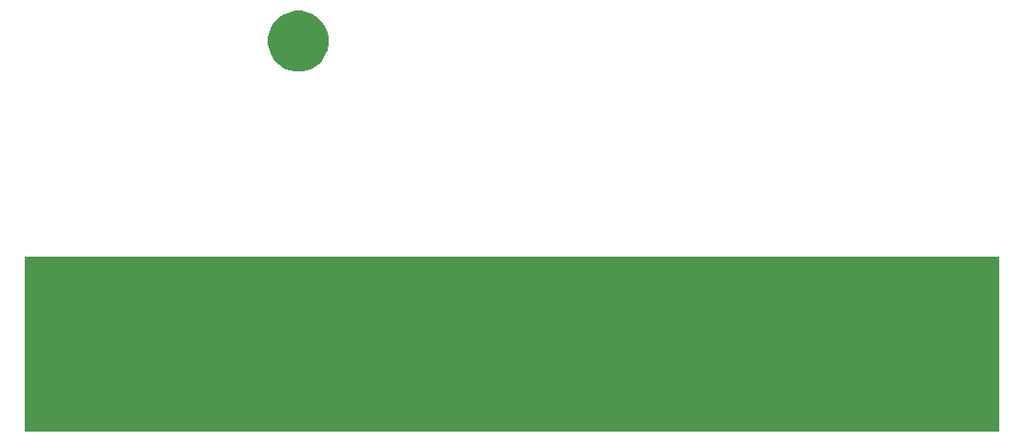
<source format=gbr>
G04 #@! TF.GenerationSoftware,KiCad,Pcbnew,5.0.1*
G04 #@! TF.CreationDate,2019-03-26T00:33:58-05:00*
G04 #@! TF.ProjectId,lid,6C69642E6B696361645F706362000000,rev?*
G04 #@! TF.SameCoordinates,Original*
G04 #@! TF.FileFunction,Soldermask,Top*
G04 #@! TF.FilePolarity,Negative*
%FSLAX46Y46*%
G04 Gerber Fmt 4.6, Leading zero omitted, Abs format (unit mm)*
G04 Created by KiCad (PCBNEW 5.0.1) date Tue 26 Mar 2019 12:33:58 AM CDT*
%MOMM*%
%LPD*%
G01*
G04 APERTURE LIST*
%ADD10C,0.100000*%
G04 APERTURE END LIST*
D10*
G36*
X189800000Y-100800000D02*
X103200000Y-100800000D01*
X103200000Y-85200000D01*
X189800000Y-85200000D01*
X189800000Y-100800000D01*
X189800000Y-100800000D01*
G37*
G36*
X128287560Y-63403759D02*
X128778928Y-63607290D01*
X128778930Y-63607291D01*
X129215268Y-63898843D01*
X129221153Y-63902775D01*
X129597225Y-64278847D01*
X129892710Y-64721072D01*
X130096241Y-65212440D01*
X130200000Y-65734072D01*
X130200000Y-66265928D01*
X130096241Y-66787560D01*
X129892710Y-67278928D01*
X129597225Y-67721153D01*
X129221153Y-68097225D01*
X129221150Y-68097227D01*
X128778930Y-68392709D01*
X128778929Y-68392710D01*
X128778928Y-68392710D01*
X128287560Y-68596241D01*
X127765928Y-68700000D01*
X127234072Y-68700000D01*
X126712440Y-68596241D01*
X126221072Y-68392710D01*
X126221071Y-68392710D01*
X126221070Y-68392709D01*
X125778850Y-68097227D01*
X125778847Y-68097225D01*
X125402775Y-67721153D01*
X125107290Y-67278928D01*
X124903759Y-66787560D01*
X124800000Y-66265928D01*
X124800000Y-65734072D01*
X124903759Y-65212440D01*
X125107290Y-64721072D01*
X125402775Y-64278847D01*
X125778847Y-63902775D01*
X125784732Y-63898843D01*
X126221070Y-63607291D01*
X126221072Y-63607290D01*
X126712440Y-63403759D01*
X127234072Y-63300000D01*
X127765928Y-63300000D01*
X128287560Y-63403759D01*
X128287560Y-63403759D01*
G37*
M02*

</source>
